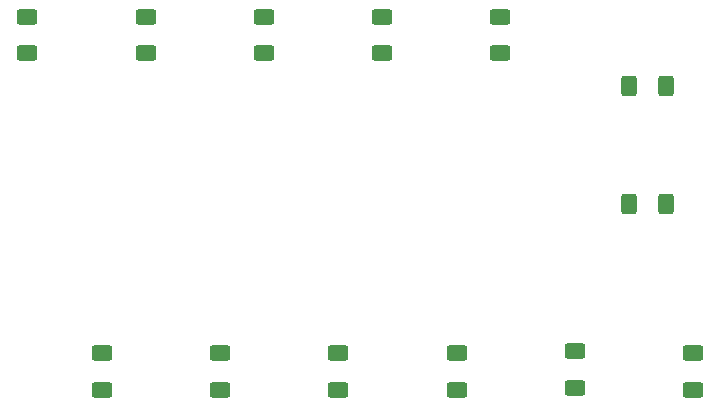
<source format=gbr>
%TF.GenerationSoftware,KiCad,Pcbnew,7.0.6*%
%TF.CreationDate,2023-12-03T11:12:56+09:00*%
%TF.ProjectId,skku-bus,736b6b75-2d62-4757-932e-6b696361645f,rev?*%
%TF.SameCoordinates,Original*%
%TF.FileFunction,Paste,Top*%
%TF.FilePolarity,Positive*%
%FSLAX46Y46*%
G04 Gerber Fmt 4.6, Leading zero omitted, Abs format (unit mm)*
G04 Created by KiCad (PCBNEW 7.0.6) date 2023-12-03 11:12:56*
%MOMM*%
%LPD*%
G01*
G04 APERTURE LIST*
G04 Aperture macros list*
%AMRoundRect*
0 Rectangle with rounded corners*
0 $1 Rounding radius*
0 $2 $3 $4 $5 $6 $7 $8 $9 X,Y pos of 4 corners*
0 Add a 4 corners polygon primitive as box body*
4,1,4,$2,$3,$4,$5,$6,$7,$8,$9,$2,$3,0*
0 Add four circle primitives for the rounded corners*
1,1,$1+$1,$2,$3*
1,1,$1+$1,$4,$5*
1,1,$1+$1,$6,$7*
1,1,$1+$1,$8,$9*
0 Add four rect primitives between the rounded corners*
20,1,$1+$1,$2,$3,$4,$5,0*
20,1,$1+$1,$4,$5,$6,$7,0*
20,1,$1+$1,$6,$7,$8,$9,0*
20,1,$1+$1,$8,$9,$2,$3,0*%
G04 Aperture macros list end*
%ADD10RoundRect,0.250000X-0.625000X0.400000X-0.625000X-0.400000X0.625000X-0.400000X0.625000X0.400000X0*%
%ADD11RoundRect,0.250000X0.625000X-0.400000X0.625000X0.400000X-0.625000X0.400000X-0.625000X-0.400000X0*%
%ADD12RoundRect,0.250000X0.400000X0.625000X-0.400000X0.625000X-0.400000X-0.625000X0.400000X-0.625000X0*%
G04 APERTURE END LIST*
D10*
%TO.C,R26*%
X113676956Y-68126956D03*
X113676956Y-71226956D03*
%TD*%
%TO.C,R24*%
X103676956Y-71226956D03*
X103676956Y-68126956D03*
%TD*%
D11*
%TO.C,R22*%
X130000000Y-99550000D03*
X130000000Y-96450000D03*
%TD*%
%TO.C,R20*%
X140000000Y-99700000D03*
X140000000Y-96600000D03*
%TD*%
D10*
%TO.C,R18*%
X123676956Y-71226956D03*
X123676956Y-68126956D03*
%TD*%
D12*
%TO.C,R16*%
X137700000Y-84000000D03*
X134600000Y-84000000D03*
%TD*%
%TO.C,R14*%
X137700000Y-74000000D03*
X134600000Y-74000000D03*
%TD*%
D10*
%TO.C,R12*%
X93676956Y-71226956D03*
X93676956Y-68126956D03*
%TD*%
D11*
%TO.C,R10*%
X110000000Y-96600000D03*
X110000000Y-99700000D03*
%TD*%
%TO.C,R8*%
X120000000Y-96600000D03*
X120000000Y-99700000D03*
%TD*%
%TO.C,R6*%
X100000000Y-99700000D03*
X100000000Y-96600000D03*
%TD*%
%TO.C,R4*%
X90000000Y-96600000D03*
X90000000Y-99700000D03*
%TD*%
D10*
%TO.C,R2*%
X83676956Y-71226956D03*
X83676956Y-68126956D03*
%TD*%
M02*

</source>
